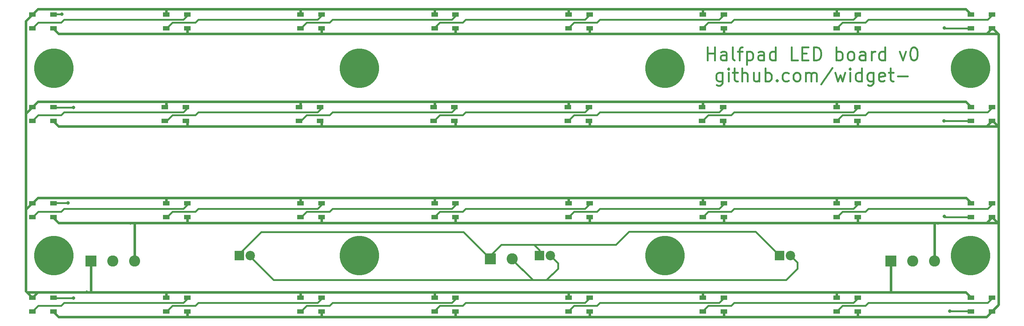
<source format=gbr>
%TF.GenerationSoftware,KiCad,Pcbnew,(5.1.10)-1*%
%TF.CreationDate,2021-06-03T19:49:57-05:00*%
%TF.ProjectId,step_led_panel,73746570-5f6c-4656-945f-70616e656c2e,rev?*%
%TF.SameCoordinates,Original*%
%TF.FileFunction,Copper,L1,Top*%
%TF.FilePolarity,Positive*%
%FSLAX46Y46*%
G04 Gerber Fmt 4.6, Leading zero omitted, Abs format (unit mm)*
G04 Created by KiCad (PCBNEW (5.1.10)-1) date 2021-06-03 19:49:57*
%MOMM*%
%LPD*%
G01*
G04 APERTURE LIST*
%TA.AperFunction,NonConductor*%
%ADD10C,0.400000*%
%TD*%
%TA.AperFunction,ConnectorPad*%
%ADD11C,9.200000*%
%TD*%
%TA.AperFunction,ComponentPad*%
%ADD12C,5.700000*%
%TD*%
%TA.AperFunction,ComponentPad*%
%ADD13C,2.200000*%
%TD*%
%TA.AperFunction,ComponentPad*%
%ADD14R,2.200000X2.200000*%
%TD*%
%TA.AperFunction,ComponentPad*%
%ADD15C,2.600000*%
%TD*%
%TA.AperFunction,ComponentPad*%
%ADD16R,2.600000X2.600000*%
%TD*%
%TA.AperFunction,SMDPad,CuDef*%
%ADD17R,1.500000X1.000000*%
%TD*%
%TA.AperFunction,ViaPad*%
%ADD18C,0.800000*%
%TD*%
%TA.AperFunction,Conductor*%
%ADD19C,0.400000*%
%TD*%
%TA.AperFunction,Conductor*%
%ADD20C,0.600000*%
%TD*%
G04 APERTURE END LIST*
D10*
X159792857Y-14147142D02*
X159792857Y-11147142D01*
X159792857Y-12575714D02*
X161507142Y-12575714D01*
X161507142Y-14147142D02*
X161507142Y-11147142D01*
X164221428Y-14147142D02*
X164221428Y-12575714D01*
X164078571Y-12290000D01*
X163792857Y-12147142D01*
X163221428Y-12147142D01*
X162935714Y-12290000D01*
X164221428Y-14004285D02*
X163935714Y-14147142D01*
X163221428Y-14147142D01*
X162935714Y-14004285D01*
X162792857Y-13718571D01*
X162792857Y-13432857D01*
X162935714Y-13147142D01*
X163221428Y-13004285D01*
X163935714Y-13004285D01*
X164221428Y-12861428D01*
X166078571Y-14147142D02*
X165792857Y-14004285D01*
X165650000Y-13718571D01*
X165650000Y-11147142D01*
X166792857Y-12147142D02*
X167935714Y-12147142D01*
X167221428Y-14147142D02*
X167221428Y-11575714D01*
X167364285Y-11290000D01*
X167650000Y-11147142D01*
X167935714Y-11147142D01*
X168935714Y-12147142D02*
X168935714Y-15147142D01*
X168935714Y-12290000D02*
X169221428Y-12147142D01*
X169792857Y-12147142D01*
X170078571Y-12290000D01*
X170221428Y-12432857D01*
X170364285Y-12718571D01*
X170364285Y-13575714D01*
X170221428Y-13861428D01*
X170078571Y-14004285D01*
X169792857Y-14147142D01*
X169221428Y-14147142D01*
X168935714Y-14004285D01*
X172935714Y-14147142D02*
X172935714Y-12575714D01*
X172792857Y-12290000D01*
X172507142Y-12147142D01*
X171935714Y-12147142D01*
X171650000Y-12290000D01*
X172935714Y-14004285D02*
X172650000Y-14147142D01*
X171935714Y-14147142D01*
X171650000Y-14004285D01*
X171507142Y-13718571D01*
X171507142Y-13432857D01*
X171650000Y-13147142D01*
X171935714Y-13004285D01*
X172650000Y-13004285D01*
X172935714Y-12861428D01*
X175650000Y-14147142D02*
X175650000Y-11147142D01*
X175650000Y-14004285D02*
X175364285Y-14147142D01*
X174792857Y-14147142D01*
X174507142Y-14004285D01*
X174364285Y-13861428D01*
X174221428Y-13575714D01*
X174221428Y-12718571D01*
X174364285Y-12432857D01*
X174507142Y-12290000D01*
X174792857Y-12147142D01*
X175364285Y-12147142D01*
X175650000Y-12290000D01*
X180792857Y-14147142D02*
X179364285Y-14147142D01*
X179364285Y-11147142D01*
X181792857Y-12575714D02*
X182792857Y-12575714D01*
X183221428Y-14147142D02*
X181792857Y-14147142D01*
X181792857Y-11147142D01*
X183221428Y-11147142D01*
X184507142Y-14147142D02*
X184507142Y-11147142D01*
X185221428Y-11147142D01*
X185650000Y-11290000D01*
X185935714Y-11575714D01*
X186078571Y-11861428D01*
X186221428Y-12432857D01*
X186221428Y-12861428D01*
X186078571Y-13432857D01*
X185935714Y-13718571D01*
X185650000Y-14004285D01*
X185221428Y-14147142D01*
X184507142Y-14147142D01*
X189792857Y-14147142D02*
X189792857Y-11147142D01*
X189792857Y-12290000D02*
X190078571Y-12147142D01*
X190650000Y-12147142D01*
X190935714Y-12290000D01*
X191078571Y-12432857D01*
X191221428Y-12718571D01*
X191221428Y-13575714D01*
X191078571Y-13861428D01*
X190935714Y-14004285D01*
X190650000Y-14147142D01*
X190078571Y-14147142D01*
X189792857Y-14004285D01*
X192935714Y-14147142D02*
X192650000Y-14004285D01*
X192507142Y-13861428D01*
X192364285Y-13575714D01*
X192364285Y-12718571D01*
X192507142Y-12432857D01*
X192650000Y-12290000D01*
X192935714Y-12147142D01*
X193364285Y-12147142D01*
X193650000Y-12290000D01*
X193792857Y-12432857D01*
X193935714Y-12718571D01*
X193935714Y-13575714D01*
X193792857Y-13861428D01*
X193650000Y-14004285D01*
X193364285Y-14147142D01*
X192935714Y-14147142D01*
X196507142Y-14147142D02*
X196507142Y-12575714D01*
X196364285Y-12290000D01*
X196078571Y-12147142D01*
X195507142Y-12147142D01*
X195221428Y-12290000D01*
X196507142Y-14004285D02*
X196221428Y-14147142D01*
X195507142Y-14147142D01*
X195221428Y-14004285D01*
X195078571Y-13718571D01*
X195078571Y-13432857D01*
X195221428Y-13147142D01*
X195507142Y-13004285D01*
X196221428Y-13004285D01*
X196507142Y-12861428D01*
X197935714Y-14147142D02*
X197935714Y-12147142D01*
X197935714Y-12718571D02*
X198078571Y-12432857D01*
X198221428Y-12290000D01*
X198507142Y-12147142D01*
X198792857Y-12147142D01*
X201078571Y-14147142D02*
X201078571Y-11147142D01*
X201078571Y-14004285D02*
X200792857Y-14147142D01*
X200221428Y-14147142D01*
X199935714Y-14004285D01*
X199792857Y-13861428D01*
X199650000Y-13575714D01*
X199650000Y-12718571D01*
X199792857Y-12432857D01*
X199935714Y-12290000D01*
X200221428Y-12147142D01*
X200792857Y-12147142D01*
X201078571Y-12290000D01*
X204507142Y-12147142D02*
X205221428Y-14147142D01*
X205935714Y-12147142D01*
X207650000Y-11147142D02*
X207935714Y-11147142D01*
X208221428Y-11290000D01*
X208364285Y-11432857D01*
X208507142Y-11718571D01*
X208650000Y-12290000D01*
X208650000Y-13004285D01*
X208507142Y-13575714D01*
X208364285Y-13861428D01*
X208221428Y-14004285D01*
X207935714Y-14147142D01*
X207650000Y-14147142D01*
X207364285Y-14004285D01*
X207221428Y-13861428D01*
X207078571Y-13575714D01*
X206935714Y-13004285D01*
X206935714Y-12290000D01*
X207078571Y-11718571D01*
X207221428Y-11432857D01*
X207364285Y-11290000D01*
X207650000Y-11147142D01*
X163221428Y-17047142D02*
X163221428Y-19475714D01*
X163078571Y-19761428D01*
X162935714Y-19904285D01*
X162650000Y-20047142D01*
X162221428Y-20047142D01*
X161935714Y-19904285D01*
X163221428Y-18904285D02*
X162935714Y-19047142D01*
X162364285Y-19047142D01*
X162078571Y-18904285D01*
X161935714Y-18761428D01*
X161792857Y-18475714D01*
X161792857Y-17618571D01*
X161935714Y-17332857D01*
X162078571Y-17190000D01*
X162364285Y-17047142D01*
X162935714Y-17047142D01*
X163221428Y-17190000D01*
X164650000Y-19047142D02*
X164650000Y-17047142D01*
X164650000Y-16047142D02*
X164507142Y-16190000D01*
X164650000Y-16332857D01*
X164792857Y-16190000D01*
X164650000Y-16047142D01*
X164650000Y-16332857D01*
X165650000Y-17047142D02*
X166792857Y-17047142D01*
X166078571Y-16047142D02*
X166078571Y-18618571D01*
X166221428Y-18904285D01*
X166507142Y-19047142D01*
X166792857Y-19047142D01*
X167792857Y-19047142D02*
X167792857Y-16047142D01*
X169078571Y-19047142D02*
X169078571Y-17475714D01*
X168935714Y-17190000D01*
X168650000Y-17047142D01*
X168221428Y-17047142D01*
X167935714Y-17190000D01*
X167792857Y-17332857D01*
X171792857Y-17047142D02*
X171792857Y-19047142D01*
X170507142Y-17047142D02*
X170507142Y-18618571D01*
X170650000Y-18904285D01*
X170935714Y-19047142D01*
X171364285Y-19047142D01*
X171650000Y-18904285D01*
X171792857Y-18761428D01*
X173221428Y-19047142D02*
X173221428Y-16047142D01*
X173221428Y-17190000D02*
X173507142Y-17047142D01*
X174078571Y-17047142D01*
X174364285Y-17190000D01*
X174507142Y-17332857D01*
X174650000Y-17618571D01*
X174650000Y-18475714D01*
X174507142Y-18761428D01*
X174364285Y-18904285D01*
X174078571Y-19047142D01*
X173507142Y-19047142D01*
X173221428Y-18904285D01*
X175935714Y-18761428D02*
X176078571Y-18904285D01*
X175935714Y-19047142D01*
X175792857Y-18904285D01*
X175935714Y-18761428D01*
X175935714Y-19047142D01*
X178650000Y-18904285D02*
X178364285Y-19047142D01*
X177792857Y-19047142D01*
X177507142Y-18904285D01*
X177364285Y-18761428D01*
X177221428Y-18475714D01*
X177221428Y-17618571D01*
X177364285Y-17332857D01*
X177507142Y-17190000D01*
X177792857Y-17047142D01*
X178364285Y-17047142D01*
X178650000Y-17190000D01*
X180364285Y-19047142D02*
X180078571Y-18904285D01*
X179935714Y-18761428D01*
X179792857Y-18475714D01*
X179792857Y-17618571D01*
X179935714Y-17332857D01*
X180078571Y-17190000D01*
X180364285Y-17047142D01*
X180792857Y-17047142D01*
X181078571Y-17190000D01*
X181221428Y-17332857D01*
X181364285Y-17618571D01*
X181364285Y-18475714D01*
X181221428Y-18761428D01*
X181078571Y-18904285D01*
X180792857Y-19047142D01*
X180364285Y-19047142D01*
X182650000Y-19047142D02*
X182650000Y-17047142D01*
X182650000Y-17332857D02*
X182792857Y-17190000D01*
X183078571Y-17047142D01*
X183507142Y-17047142D01*
X183792857Y-17190000D01*
X183935714Y-17475714D01*
X183935714Y-19047142D01*
X183935714Y-17475714D02*
X184078571Y-17190000D01*
X184364285Y-17047142D01*
X184792857Y-17047142D01*
X185078571Y-17190000D01*
X185221428Y-17475714D01*
X185221428Y-19047142D01*
X188792857Y-15904285D02*
X186221428Y-19761428D01*
X189507142Y-17047142D02*
X190078571Y-19047142D01*
X190650000Y-17618571D01*
X191221428Y-19047142D01*
X191792857Y-17047142D01*
X192935714Y-19047142D02*
X192935714Y-17047142D01*
X192935714Y-16047142D02*
X192792857Y-16190000D01*
X192935714Y-16332857D01*
X193078571Y-16190000D01*
X192935714Y-16047142D01*
X192935714Y-16332857D01*
X195650000Y-19047142D02*
X195650000Y-16047142D01*
X195650000Y-18904285D02*
X195364285Y-19047142D01*
X194792857Y-19047142D01*
X194507142Y-18904285D01*
X194364285Y-18761428D01*
X194221428Y-18475714D01*
X194221428Y-17618571D01*
X194364285Y-17332857D01*
X194507142Y-17190000D01*
X194792857Y-17047142D01*
X195364285Y-17047142D01*
X195650000Y-17190000D01*
X198364285Y-17047142D02*
X198364285Y-19475714D01*
X198221428Y-19761428D01*
X198078571Y-19904285D01*
X197792857Y-20047142D01*
X197364285Y-20047142D01*
X197078571Y-19904285D01*
X198364285Y-18904285D02*
X198078571Y-19047142D01*
X197507142Y-19047142D01*
X197221428Y-18904285D01*
X197078571Y-18761428D01*
X196935714Y-18475714D01*
X196935714Y-17618571D01*
X197078571Y-17332857D01*
X197221428Y-17190000D01*
X197507142Y-17047142D01*
X198078571Y-17047142D01*
X198364285Y-17190000D01*
X200935714Y-18904285D02*
X200650000Y-19047142D01*
X200078571Y-19047142D01*
X199792857Y-18904285D01*
X199650000Y-18618571D01*
X199650000Y-17475714D01*
X199792857Y-17190000D01*
X200078571Y-17047142D01*
X200650000Y-17047142D01*
X200935714Y-17190000D01*
X201078571Y-17475714D01*
X201078571Y-17761428D01*
X199650000Y-18047142D01*
X201935714Y-17047142D02*
X203078571Y-17047142D01*
X202364285Y-16047142D02*
X202364285Y-18618571D01*
X202507142Y-18904285D01*
X202792857Y-19047142D01*
X203078571Y-19047142D01*
X204078571Y-17904285D02*
X206364285Y-17904285D01*
D11*
%TO.P,H8,1*%
%TO.N,N/C*%
X220980000Y-59690000D03*
D12*
X220980000Y-59690000D03*
%TD*%
D11*
%TO.P,H7,1*%
%TO.N,N/C*%
X220980000Y-16002000D03*
D12*
X220980000Y-16002000D03*
%TD*%
D11*
%TO.P,H6,1*%
%TO.N,N/C*%
X149860000Y-59690000D03*
D12*
X149860000Y-59690000D03*
%TD*%
D11*
%TO.P,H5,1*%
%TO.N,N/C*%
X149860000Y-16002000D03*
D12*
X149860000Y-16002000D03*
%TD*%
D11*
%TO.P,H4,1*%
%TO.N,N/C*%
X78740000Y-59690000D03*
D12*
X78740000Y-59690000D03*
%TD*%
D11*
%TO.P,H3,1*%
%TO.N,N/C*%
X78740000Y-16002000D03*
D12*
X78740000Y-16002000D03*
%TD*%
D11*
%TO.P,H2,1*%
%TO.N,N/C*%
X7620000Y-59690000D03*
D12*
X7620000Y-59690000D03*
%TD*%
D11*
%TO.P,H1,1*%
%TO.N,N/C*%
X7620000Y-16002000D03*
D12*
X7620000Y-16002000D03*
%TD*%
D13*
%TO.P,FSR2,2*%
%TO.N,Net-(FSR1-Pad2)*%
X123190000Y-59690000D03*
D14*
%TO.P,FSR2,1*%
%TO.N,Net-(FSR1-Pad1)*%
X120650000Y-59690000D03*
%TD*%
D15*
%TO.P,J3,2*%
%TO.N,Net-(FSR1-Pad2)*%
X114300000Y-60452000D03*
D16*
%TO.P,J3,1*%
%TO.N,Net-(FSR1-Pad1)*%
X109220000Y-60452000D03*
%TD*%
D13*
%TO.P,FSR3,2*%
%TO.N,Net-(FSR1-Pad2)*%
X179070000Y-59690000D03*
D14*
%TO.P,FSR3,1*%
%TO.N,Net-(FSR1-Pad1)*%
X176530000Y-59690000D03*
%TD*%
D13*
%TO.P,FSR1,2*%
%TO.N,Net-(FSR1-Pad2)*%
X53340000Y-59690000D03*
D14*
%TO.P,FSR1,1*%
%TO.N,Net-(FSR1-Pad1)*%
X50800000Y-59690000D03*
%TD*%
D17*
%TO.P,LED21,1*%
%TO.N,+5V*%
X127452856Y-47506666D03*
%TO.P,LED21,2*%
%TO.N,Net-(LED21-Pad2)*%
X127452856Y-50706666D03*
%TO.P,LED21,4*%
%TO.N,Net-(LED20-Pad2)*%
X132352856Y-47506666D03*
%TO.P,LED21,3*%
%TO.N,GND*%
X132352856Y-50706666D03*
%TD*%
%TO.P,LED32,1*%
%TO.N,+5V*%
X221070000Y-69520000D03*
%TO.P,LED32,2*%
%TO.N,/D_OUT*%
X221070000Y-72720000D03*
%TO.P,LED32,4*%
%TO.N,Net-(LED31-Pad2)*%
X225970000Y-69520000D03*
%TO.P,LED32,3*%
%TO.N,GND*%
X225970000Y-72720000D03*
%TD*%
%TO.P,LED31,1*%
%TO.N,+5V*%
X189864284Y-69520000D03*
%TO.P,LED31,2*%
%TO.N,Net-(LED31-Pad2)*%
X189864284Y-72720000D03*
%TO.P,LED31,4*%
%TO.N,Net-(LED30-Pad2)*%
X194764284Y-69520000D03*
%TO.P,LED31,3*%
%TO.N,GND*%
X194764284Y-72720000D03*
%TD*%
%TO.P,LED30,1*%
%TO.N,+5V*%
X158658570Y-69520000D03*
%TO.P,LED30,2*%
%TO.N,Net-(LED30-Pad2)*%
X158658570Y-72720000D03*
%TO.P,LED30,4*%
%TO.N,Net-(LED29-Pad2)*%
X163558570Y-69520000D03*
%TO.P,LED30,3*%
%TO.N,GND*%
X163558570Y-72720000D03*
%TD*%
%TO.P,LED29,1*%
%TO.N,+5V*%
X127452856Y-69520000D03*
%TO.P,LED29,2*%
%TO.N,Net-(LED29-Pad2)*%
X127452856Y-72720000D03*
%TO.P,LED29,4*%
%TO.N,Net-(LED28-Pad2)*%
X132352856Y-69520000D03*
%TO.P,LED29,3*%
%TO.N,GND*%
X132352856Y-72720000D03*
%TD*%
%TO.P,LED28,1*%
%TO.N,+5V*%
X96247142Y-69520000D03*
%TO.P,LED28,2*%
%TO.N,Net-(LED28-Pad2)*%
X96247142Y-72720000D03*
%TO.P,LED28,4*%
%TO.N,Net-(LED27-Pad2)*%
X101147142Y-69520000D03*
%TO.P,LED28,3*%
%TO.N,GND*%
X101147142Y-72720000D03*
%TD*%
%TO.P,LED27,1*%
%TO.N,+5V*%
X65041428Y-69520000D03*
%TO.P,LED27,2*%
%TO.N,Net-(LED27-Pad2)*%
X65041428Y-72720000D03*
%TO.P,LED27,4*%
%TO.N,Net-(LED26-Pad2)*%
X69941428Y-69520000D03*
%TO.P,LED27,3*%
%TO.N,GND*%
X69941428Y-72720000D03*
%TD*%
%TO.P,LED26,1*%
%TO.N,+5V*%
X33835714Y-69520000D03*
%TO.P,LED26,2*%
%TO.N,Net-(LED26-Pad2)*%
X33835714Y-72720000D03*
%TO.P,LED26,4*%
%TO.N,Net-(LED25-Pad2)*%
X38735714Y-69520000D03*
%TO.P,LED26,3*%
%TO.N,GND*%
X38735714Y-72720000D03*
%TD*%
%TO.P,LED25,1*%
%TO.N,+5V*%
X2630000Y-69520000D03*
%TO.P,LED25,2*%
%TO.N,Net-(LED25-Pad2)*%
X2630000Y-72720000D03*
%TO.P,LED25,4*%
%TO.N,Net-(LED24-Pad2)*%
X7530000Y-69520000D03*
%TO.P,LED25,3*%
%TO.N,GND*%
X7530000Y-72720000D03*
%TD*%
%TO.P,LED24,1*%
%TO.N,+5V*%
X221070000Y-47506666D03*
%TO.P,LED24,2*%
%TO.N,Net-(LED24-Pad2)*%
X221070000Y-50706666D03*
%TO.P,LED24,4*%
%TO.N,Net-(LED23-Pad2)*%
X225970000Y-47506666D03*
%TO.P,LED24,3*%
%TO.N,GND*%
X225970000Y-50706666D03*
%TD*%
%TO.P,LED23,1*%
%TO.N,+5V*%
X189864284Y-47506666D03*
%TO.P,LED23,2*%
%TO.N,Net-(LED23-Pad2)*%
X189864284Y-50706666D03*
%TO.P,LED23,4*%
%TO.N,Net-(LED22-Pad2)*%
X194764284Y-47506666D03*
%TO.P,LED23,3*%
%TO.N,GND*%
X194764284Y-50706666D03*
%TD*%
%TO.P,LED22,1*%
%TO.N,+5V*%
X158658570Y-47506666D03*
%TO.P,LED22,2*%
%TO.N,Net-(LED22-Pad2)*%
X158658570Y-50706666D03*
%TO.P,LED22,4*%
%TO.N,Net-(LED21-Pad2)*%
X163558570Y-47506666D03*
%TO.P,LED22,3*%
%TO.N,GND*%
X163558570Y-50706666D03*
%TD*%
%TO.P,LED20,1*%
%TO.N,+5V*%
X96247142Y-47506666D03*
%TO.P,LED20,2*%
%TO.N,Net-(LED20-Pad2)*%
X96247142Y-50706666D03*
%TO.P,LED20,4*%
%TO.N,Net-(LED19-Pad2)*%
X101147142Y-47506666D03*
%TO.P,LED20,3*%
%TO.N,GND*%
X101147142Y-50706666D03*
%TD*%
%TO.P,LED19,1*%
%TO.N,+5V*%
X65041428Y-47506666D03*
%TO.P,LED19,2*%
%TO.N,Net-(LED19-Pad2)*%
X65041428Y-50706666D03*
%TO.P,LED19,4*%
%TO.N,Net-(LED18-Pad2)*%
X69941428Y-47506666D03*
%TO.P,LED19,3*%
%TO.N,GND*%
X69941428Y-50706666D03*
%TD*%
%TO.P,LED18,1*%
%TO.N,+5V*%
X33835714Y-47506666D03*
%TO.P,LED18,2*%
%TO.N,Net-(LED18-Pad2)*%
X33835714Y-50706666D03*
%TO.P,LED18,4*%
%TO.N,Net-(LED17-Pad2)*%
X38735714Y-47506666D03*
%TO.P,LED18,3*%
%TO.N,GND*%
X38735714Y-50706666D03*
%TD*%
%TO.P,LED17,1*%
%TO.N,+5V*%
X2630000Y-47506666D03*
%TO.P,LED17,2*%
%TO.N,Net-(LED17-Pad2)*%
X2630000Y-50706666D03*
%TO.P,LED17,4*%
%TO.N,Net-(LED16-Pad2)*%
X7530000Y-47506666D03*
%TO.P,LED17,3*%
%TO.N,GND*%
X7530000Y-50706666D03*
%TD*%
%TO.P,LED16,1*%
%TO.N,+5V*%
X221070000Y-25070000D03*
%TO.P,LED16,2*%
%TO.N,Net-(LED16-Pad2)*%
X221070000Y-28270000D03*
%TO.P,LED16,4*%
%TO.N,Net-(LED15-Pad2)*%
X225970000Y-25070000D03*
%TO.P,LED16,3*%
%TO.N,GND*%
X225970000Y-28270000D03*
%TD*%
%TO.P,LED15,1*%
%TO.N,+5V*%
X189798572Y-25070000D03*
%TO.P,LED15,2*%
%TO.N,Net-(LED15-Pad2)*%
X189798572Y-28270000D03*
%TO.P,LED15,4*%
%TO.N,Net-(LED14-Pad2)*%
X194698572Y-25070000D03*
%TO.P,LED15,3*%
%TO.N,GND*%
X194698572Y-28270000D03*
%TD*%
%TO.P,LED14,1*%
%TO.N,+5V*%
X158527144Y-25070000D03*
%TO.P,LED14,2*%
%TO.N,Net-(LED14-Pad2)*%
X158527144Y-28270000D03*
%TO.P,LED14,4*%
%TO.N,Net-(LED13-Pad2)*%
X163427144Y-25070000D03*
%TO.P,LED14,3*%
%TO.N,GND*%
X163427144Y-28270000D03*
%TD*%
%TO.P,LED13,1*%
%TO.N,+5V*%
X127255716Y-25070000D03*
%TO.P,LED13,2*%
%TO.N,Net-(LED13-Pad2)*%
X127255716Y-28270000D03*
%TO.P,LED13,4*%
%TO.N,Net-(LED12-Pad2)*%
X132155716Y-25070000D03*
%TO.P,LED13,3*%
%TO.N,GND*%
X132155716Y-28270000D03*
%TD*%
%TO.P,LED12,1*%
%TO.N,+5V*%
X95984288Y-25070000D03*
%TO.P,LED12,2*%
%TO.N,Net-(LED12-Pad2)*%
X95984288Y-28270000D03*
%TO.P,LED12,4*%
%TO.N,Net-(LED11-Pad2)*%
X100884288Y-25070000D03*
%TO.P,LED12,3*%
%TO.N,GND*%
X100884288Y-28270000D03*
%TD*%
%TO.P,LED11,1*%
%TO.N,+5V*%
X64712860Y-25070000D03*
%TO.P,LED11,2*%
%TO.N,Net-(LED11-Pad2)*%
X64712860Y-28270000D03*
%TO.P,LED11,4*%
%TO.N,Net-(LED10-Pad2)*%
X69612860Y-25070000D03*
%TO.P,LED11,3*%
%TO.N,GND*%
X69612860Y-28270000D03*
%TD*%
%TO.P,LED10,1*%
%TO.N,+5V*%
X33441432Y-25070000D03*
%TO.P,LED10,2*%
%TO.N,Net-(LED10-Pad2)*%
X33441432Y-28270000D03*
%TO.P,LED10,4*%
%TO.N,Net-(LED10-Pad4)*%
X38341432Y-25070000D03*
%TO.P,LED10,3*%
%TO.N,GND*%
X38341432Y-28270000D03*
%TD*%
%TO.P,LED9,1*%
%TO.N,+5V*%
X2630000Y-25070000D03*
%TO.P,LED9,2*%
%TO.N,Net-(LED10-Pad4)*%
X2630000Y-28270000D03*
%TO.P,LED9,4*%
%TO.N,Net-(LED8-Pad2)*%
X7530000Y-25070000D03*
%TO.P,LED9,3*%
%TO.N,GND*%
X7530000Y-28270000D03*
%TD*%
%TO.P,LED8,1*%
%TO.N,+5V*%
X221070000Y-3480000D03*
%TO.P,LED8,2*%
%TO.N,Net-(LED8-Pad2)*%
X221070000Y-6680000D03*
%TO.P,LED8,4*%
%TO.N,Net-(LED7-Pad2)*%
X225970000Y-3480000D03*
%TO.P,LED8,3*%
%TO.N,GND*%
X225970000Y-6680000D03*
%TD*%
%TO.P,LED7,1*%
%TO.N,+5V*%
X189864284Y-3480000D03*
%TO.P,LED7,2*%
%TO.N,Net-(LED7-Pad2)*%
X189864284Y-6680000D03*
%TO.P,LED7,4*%
%TO.N,Net-(LED6-Pad2)*%
X194764284Y-3480000D03*
%TO.P,LED7,3*%
%TO.N,GND*%
X194764284Y-6680000D03*
%TD*%
%TO.P,LED6,1*%
%TO.N,+5V*%
X158658570Y-3480000D03*
%TO.P,LED6,2*%
%TO.N,Net-(LED6-Pad2)*%
X158658570Y-6680000D03*
%TO.P,LED6,4*%
%TO.N,Net-(LED5-Pad2)*%
X163558570Y-3480000D03*
%TO.P,LED6,3*%
%TO.N,GND*%
X163558570Y-6680000D03*
%TD*%
%TO.P,LED5,1*%
%TO.N,+5V*%
X127452856Y-3480000D03*
%TO.P,LED5,2*%
%TO.N,Net-(LED5-Pad2)*%
X127452856Y-6680000D03*
%TO.P,LED5,4*%
%TO.N,Net-(LED4-Pad2)*%
X132352856Y-3480000D03*
%TO.P,LED5,3*%
%TO.N,GND*%
X132352856Y-6680000D03*
%TD*%
%TO.P,LED4,1*%
%TO.N,+5V*%
X96247142Y-3480000D03*
%TO.P,LED4,2*%
%TO.N,Net-(LED4-Pad2)*%
X96247142Y-6680000D03*
%TO.P,LED4,4*%
%TO.N,Net-(LED3-Pad2)*%
X101147142Y-3480000D03*
%TO.P,LED4,3*%
%TO.N,GND*%
X101147142Y-6680000D03*
%TD*%
%TO.P,LED3,1*%
%TO.N,+5V*%
X65041428Y-3480000D03*
%TO.P,LED3,2*%
%TO.N,Net-(LED3-Pad2)*%
X65041428Y-6680000D03*
%TO.P,LED3,4*%
%TO.N,Net-(LED2-Pad2)*%
X69941428Y-3480000D03*
%TO.P,LED3,3*%
%TO.N,GND*%
X69941428Y-6680000D03*
%TD*%
%TO.P,LED2,1*%
%TO.N,+5V*%
X33835714Y-3480000D03*
%TO.P,LED2,2*%
%TO.N,Net-(LED2-Pad2)*%
X33835714Y-6680000D03*
%TO.P,LED2,4*%
%TO.N,Net-(LED1-Pad2)*%
X38735714Y-3480000D03*
%TO.P,LED2,3*%
%TO.N,GND*%
X38735714Y-6680000D03*
%TD*%
%TO.P,LED1,1*%
%TO.N,+5V*%
X2630000Y-3480000D03*
%TO.P,LED1,2*%
%TO.N,Net-(LED1-Pad2)*%
X2630000Y-6680000D03*
%TO.P,LED1,4*%
%TO.N,/D_IN*%
X7530000Y-3480000D03*
%TO.P,LED1,3*%
%TO.N,GND*%
X7530000Y-6680000D03*
%TD*%
D15*
%TO.P,J2,3*%
%TO.N,GND*%
X212598000Y-60960000D03*
%TO.P,J2,2*%
%TO.N,/D_OUT*%
X207518000Y-60960000D03*
D16*
%TO.P,J2,1*%
%TO.N,+5V*%
X202438000Y-60960000D03*
%TD*%
D15*
%TO.P,J1,3*%
%TO.N,GND*%
X26416000Y-60960000D03*
%TO.P,J1,2*%
%TO.N,/D_IN*%
X21336000Y-60960000D03*
D16*
%TO.P,J1,1*%
%TO.N,+5V*%
X16256000Y-60960000D03*
%TD*%
D18*
%TO.N,/D_IN*%
X9475999Y-3379999D03*
%TO.N,/D_OUT*%
X216154000Y-72644000D03*
%TO.N,Net-(LED8-Pad2)*%
X214884000Y-6604000D03*
X12230010Y-25146000D03*
%TO.N,Net-(LED16-Pad2)*%
X214808000Y-28270000D03*
X10922000Y-47406665D03*
%TO.N,Net-(LED24-Pad2)*%
X214884000Y-50546000D03*
X12192000Y-69596000D03*
%TD*%
D19*
%TO.N,Net-(FSR1-Pad2)*%
X119126000Y-65405000D02*
X114173000Y-60452000D01*
X53340000Y-59944000D02*
X53340000Y-59436000D01*
X58801000Y-65405000D02*
X53340000Y-59944000D01*
X119126000Y-65405000D02*
X58801000Y-65405000D01*
X144145000Y-65405000D02*
X138049000Y-65405000D01*
X178054000Y-65405000D02*
X144145000Y-65405000D01*
X180721000Y-62738000D02*
X178054000Y-65405000D01*
X180721000Y-61341000D02*
X180721000Y-62738000D01*
X179070000Y-59690000D02*
X180721000Y-61341000D01*
X121920000Y-65405000D02*
X119126000Y-65405000D01*
X138049000Y-65405000D02*
X121920000Y-65405000D01*
X122301000Y-65405000D02*
X121920000Y-65405000D01*
X124968000Y-62738000D02*
X122301000Y-65405000D01*
X124968000Y-61468000D02*
X124968000Y-62738000D01*
X123190000Y-59690000D02*
X124968000Y-61468000D01*
%TO.N,Net-(FSR1-Pad1)*%
X111760000Y-57150000D02*
X109220000Y-59690000D01*
X133350000Y-57150000D02*
X111760000Y-57150000D01*
X138430000Y-57150000D02*
X133350000Y-57150000D01*
X141478000Y-54102000D02*
X138430000Y-57150000D01*
X170942000Y-54102000D02*
X141478000Y-54102000D01*
X176530000Y-59690000D02*
X170942000Y-54102000D01*
X134620000Y-57150000D02*
X133350000Y-57150000D01*
X120650000Y-58420000D02*
X119380000Y-57150000D01*
X120650000Y-59690000D02*
X120650000Y-58420000D01*
X55880000Y-54229000D02*
X50673000Y-59436000D01*
X102997000Y-54229000D02*
X55880000Y-54229000D01*
X109220000Y-60452000D02*
X102997000Y-54229000D01*
D20*
%TO.N,GND*%
X163558572Y-73896572D02*
X163682001Y-74020001D01*
X132481999Y-74020001D02*
X100985999Y-74020001D01*
X101147144Y-73858856D02*
X100985999Y-74020001D01*
X8742001Y-74020001D02*
X7620000Y-72898000D01*
X100985999Y-74020001D02*
X69997999Y-74020001D01*
X101147144Y-72720000D02*
X101147144Y-73858856D01*
X194764286Y-73967714D02*
X194711999Y-74020001D01*
X163558572Y-72720000D02*
X163558572Y-73896572D01*
X69941430Y-73963432D02*
X69997999Y-74020001D01*
X38735716Y-72720000D02*
X38735716Y-73999718D01*
X38755999Y-74020001D02*
X8742001Y-74020001D01*
X224683999Y-74020001D02*
X194711999Y-74020001D01*
X163682001Y-74020001D02*
X132481999Y-74020001D01*
X69941430Y-72720000D02*
X69941430Y-73963432D01*
X69997999Y-74020001D02*
X38755999Y-74020001D01*
X194711999Y-74020001D02*
X163682001Y-74020001D01*
X225970000Y-72720000D02*
X225970000Y-72734000D01*
X132352858Y-73890860D02*
X132481999Y-74020001D01*
X225970000Y-72734000D02*
X224683999Y-74020001D01*
X194764286Y-72720000D02*
X194764286Y-73967714D01*
X38735716Y-73999718D02*
X38755999Y-74020001D01*
X132352858Y-72720000D02*
X132352858Y-73890860D01*
%TO.N,+5V*%
X2630000Y-69520000D02*
X2630000Y-69506000D01*
X64917999Y-68219999D02*
X96118001Y-68219999D01*
X65041428Y-68343428D02*
X64917999Y-68219999D01*
X65041428Y-69520000D02*
X65041428Y-68343428D01*
X96247142Y-68349140D02*
X96118001Y-68219999D01*
X189864284Y-68240282D02*
X189844001Y-68219999D01*
X2630000Y-69506000D02*
X3916001Y-68219999D01*
X219857999Y-68219999D02*
X220980000Y-69342000D01*
X96247142Y-69520000D02*
X96247142Y-68349140D01*
X189864284Y-69520000D02*
X189864284Y-68240282D01*
X96118001Y-68219999D02*
X127614001Y-68219999D01*
X127614001Y-68219999D02*
X158602001Y-68219999D01*
X127452856Y-69520000D02*
X127452856Y-68381144D01*
X127452856Y-68381144D02*
X127614001Y-68219999D01*
X33835714Y-68272286D02*
X33888001Y-68219999D01*
X33835714Y-69520000D02*
X33835714Y-68272286D01*
X33888001Y-68219999D02*
X64917999Y-68219999D01*
X158658570Y-68276568D02*
X158602001Y-68219999D01*
X158602001Y-68219999D02*
X189844001Y-68219999D01*
X158658570Y-69520000D02*
X158658570Y-68276568D01*
D19*
%TO.N,Net-(LED25-Pad2)*%
X9360002Y-71374000D02*
X10014001Y-70720001D01*
X3976000Y-71374000D02*
X9360002Y-71374000D01*
X10014001Y-70720001D02*
X37737999Y-70720001D01*
X37737999Y-70720001D02*
X38862000Y-69596000D01*
X2630000Y-72720000D02*
X3976000Y-71374000D01*
%TO.N,Net-(LED26-Pad2)*%
X40602002Y-71374000D02*
X41256001Y-70720001D01*
X41256001Y-70720001D02*
X68979999Y-70720001D01*
X33872000Y-72720000D02*
X35218000Y-71374000D01*
X35218000Y-71374000D02*
X40602002Y-71374000D01*
X68979999Y-70720001D02*
X70104000Y-69596000D01*
%TO.N,Net-(LED27-Pad2)*%
X71844002Y-71374000D02*
X72498001Y-70720001D01*
X66460000Y-71374000D02*
X71844002Y-71374000D01*
X72498001Y-70720001D02*
X100221999Y-70720001D01*
X100221999Y-70720001D02*
X101346000Y-69596000D01*
X65114000Y-72720000D02*
X66460000Y-71374000D01*
%TO.N,Net-(LED28-Pad2)*%
X97448000Y-71374000D02*
X102832002Y-71374000D01*
X103486001Y-70720001D02*
X131209999Y-70720001D01*
X131209999Y-70720001D02*
X132334000Y-69596000D01*
X96102000Y-72720000D02*
X97448000Y-71374000D01*
X102832002Y-71374000D02*
X103486001Y-70720001D01*
%TO.N,Net-(LED29-Pad2)*%
X162451999Y-70720001D02*
X163576000Y-69596000D01*
X128690000Y-71374000D02*
X134074002Y-71374000D01*
X127344000Y-72720000D02*
X128690000Y-71374000D01*
X134074002Y-71374000D02*
X134728001Y-70720001D01*
X134728001Y-70720001D02*
X162451999Y-70720001D01*
%TO.N,Net-(LED30-Pad2)*%
X165970001Y-70720001D02*
X193693999Y-70720001D01*
X159932000Y-71374000D02*
X165316002Y-71374000D01*
X193693999Y-70720001D02*
X194818000Y-69596000D01*
X158586000Y-72720000D02*
X159932000Y-71374000D01*
X165316002Y-71374000D02*
X165970001Y-70720001D01*
%TO.N,Net-(LED31-Pad2)*%
X224935999Y-70720001D02*
X226060000Y-69596000D01*
X191174000Y-71374000D02*
X196558002Y-71374000D01*
X196558002Y-71374000D02*
X197212001Y-70720001D01*
X197212001Y-70720001D02*
X224935999Y-70720001D01*
X189828000Y-72720000D02*
X191174000Y-71374000D01*
D20*
%TO.N,GND*%
X163558572Y-51989072D02*
X163682001Y-52112501D01*
X132481999Y-52112501D02*
X100985999Y-52112501D01*
X101147144Y-51951356D02*
X100985999Y-52112501D01*
X8742001Y-52112501D02*
X7620000Y-50990500D01*
X100985999Y-52112501D02*
X69997999Y-52112501D01*
X101147144Y-50812500D02*
X101147144Y-51951356D01*
X194764286Y-52060214D02*
X194711999Y-52112501D01*
X163558572Y-50812500D02*
X163558572Y-51989072D01*
X69941430Y-52055932D02*
X69997999Y-52112501D01*
X38735716Y-50812500D02*
X38735716Y-52092218D01*
X163682001Y-52112501D02*
X132481999Y-52112501D01*
X69941430Y-50812500D02*
X69941430Y-52055932D01*
X69997999Y-52112501D02*
X38755999Y-52112501D01*
X194711999Y-52112501D02*
X163682001Y-52112501D01*
X225970000Y-50812500D02*
X225970000Y-50826500D01*
X132352858Y-51983360D02*
X132481999Y-52112501D01*
X225970000Y-50826500D02*
X224683999Y-52112501D01*
X194764286Y-50812500D02*
X194764286Y-52060214D01*
X38735716Y-52092218D02*
X38755999Y-52112501D01*
X132352858Y-50812500D02*
X132352858Y-51983360D01*
%TO.N,+5V*%
X2630000Y-47612500D02*
X2630000Y-47598500D01*
X65041428Y-47612500D02*
X65041428Y-46435928D01*
X96247142Y-47612500D02*
X96247142Y-46441640D01*
X189864284Y-47612500D02*
X189864284Y-46332782D01*
X127452856Y-47612500D02*
X127452856Y-46473644D01*
X33835714Y-46364786D02*
X33888001Y-46312499D01*
X33835714Y-47612500D02*
X33835714Y-46364786D01*
X158658570Y-47612500D02*
X158658570Y-46369068D01*
D19*
%TO.N,Net-(LED17-Pad2)*%
X9360002Y-49466500D02*
X10014001Y-48812501D01*
X3976000Y-49466500D02*
X9360002Y-49466500D01*
X10014001Y-48812501D02*
X37737999Y-48812501D01*
X37737999Y-48812501D02*
X38862000Y-47688500D01*
X2630000Y-50812500D02*
X3976000Y-49466500D01*
%TO.N,Net-(LED18-Pad2)*%
X40602002Y-49466500D02*
X41256001Y-48812501D01*
X41256001Y-48812501D02*
X68979999Y-48812501D01*
X33872000Y-50812500D02*
X35218000Y-49466500D01*
X35218000Y-49466500D02*
X40602002Y-49466500D01*
X68979999Y-48812501D02*
X70104000Y-47688500D01*
%TO.N,Net-(LED19-Pad2)*%
X71844002Y-49466500D02*
X72498001Y-48812501D01*
X66460000Y-49466500D02*
X71844002Y-49466500D01*
X72498001Y-48812501D02*
X100221999Y-48812501D01*
X100221999Y-48812501D02*
X101346000Y-47688500D01*
X65114000Y-50812500D02*
X66460000Y-49466500D01*
%TO.N,Net-(LED20-Pad2)*%
X97448000Y-49466500D02*
X102832002Y-49466500D01*
X103486001Y-48812501D02*
X131209999Y-48812501D01*
X131209999Y-48812501D02*
X132334000Y-47688500D01*
X96102000Y-50812500D02*
X97448000Y-49466500D01*
X102832002Y-49466500D02*
X103486001Y-48812501D01*
%TO.N,Net-(LED21-Pad2)*%
X162451999Y-48812501D02*
X163576000Y-47688500D01*
X128690000Y-49466500D02*
X134074002Y-49466500D01*
X127344000Y-50812500D02*
X128690000Y-49466500D01*
X134074002Y-49466500D02*
X134728001Y-48812501D01*
X134728001Y-48812501D02*
X162451999Y-48812501D01*
%TO.N,Net-(LED22-Pad2)*%
X165970001Y-48812501D02*
X193693999Y-48812501D01*
X159932000Y-49466500D02*
X165316002Y-49466500D01*
X193693999Y-48812501D02*
X194818000Y-47688500D01*
X158586000Y-50812500D02*
X159932000Y-49466500D01*
X165316002Y-49466500D02*
X165970001Y-48812501D01*
%TO.N,Net-(LED23-Pad2)*%
X224935999Y-48812501D02*
X226060000Y-47688500D01*
X191174000Y-49466500D02*
X196558002Y-49466500D01*
X196558002Y-49466500D02*
X197212001Y-48812501D01*
X197212001Y-48812501D02*
X224935999Y-48812501D01*
X189828000Y-50812500D02*
X191174000Y-49466500D01*
D20*
%TO.N,GND*%
X163558572Y-29446572D02*
X163682001Y-29570001D01*
X132481999Y-29570001D02*
X100985999Y-29570001D01*
X101147144Y-29408856D02*
X100985999Y-29570001D01*
X8742001Y-29570001D02*
X7620000Y-28448000D01*
X100985999Y-29570001D02*
X69997999Y-29570001D01*
X101147144Y-28270000D02*
X101147144Y-29408856D01*
X194764286Y-29517714D02*
X194711999Y-29570001D01*
X163558572Y-28270000D02*
X163558572Y-29446572D01*
X69941430Y-29513432D02*
X69997999Y-29570001D01*
X38735716Y-28270000D02*
X38735716Y-29549718D01*
X38755999Y-29570001D02*
X8742001Y-29570001D01*
X224683999Y-29570001D02*
X194711999Y-29570001D01*
X163682001Y-29570001D02*
X132481999Y-29570001D01*
X69941430Y-28270000D02*
X69941430Y-29513432D01*
X69997999Y-29570001D02*
X38755999Y-29570001D01*
X194711999Y-29570001D02*
X163682001Y-29570001D01*
X225970000Y-28270000D02*
X225970000Y-28284000D01*
X132352858Y-29440860D02*
X132481999Y-29570001D01*
X225970000Y-28284000D02*
X224683999Y-29570001D01*
X194764286Y-28270000D02*
X194764286Y-29517714D01*
X38735716Y-29549718D02*
X38755999Y-29570001D01*
X132352858Y-28270000D02*
X132352858Y-29440860D01*
%TO.N,+5V*%
X2630000Y-25070000D02*
X2630000Y-25056000D01*
X64917999Y-23769999D02*
X96118001Y-23769999D01*
X65041428Y-23893428D02*
X64917999Y-23769999D01*
X65041428Y-25070000D02*
X65041428Y-23893428D01*
X96247142Y-23899140D02*
X96118001Y-23769999D01*
X189864284Y-23790282D02*
X189844001Y-23769999D01*
X2630000Y-25056000D02*
X3916001Y-23769999D01*
X189844001Y-23769999D02*
X219857999Y-23769999D01*
X219857999Y-23769999D02*
X220980000Y-24892000D01*
X96247142Y-25070000D02*
X96247142Y-23899140D01*
X189864284Y-25070000D02*
X189864284Y-23790282D01*
X96118001Y-23769999D02*
X127614001Y-23769999D01*
X127614001Y-23769999D02*
X158602001Y-23769999D01*
X127452856Y-25070000D02*
X127452856Y-23931144D01*
X127452856Y-23931144D02*
X127614001Y-23769999D01*
X33835714Y-23822286D02*
X33888001Y-23769999D01*
X33835714Y-25070000D02*
X33835714Y-23822286D01*
X3916001Y-23769999D02*
X33888001Y-23769999D01*
X33888001Y-23769999D02*
X64917999Y-23769999D01*
X158658570Y-23826568D02*
X158602001Y-23769999D01*
X158602001Y-23769999D02*
X189844001Y-23769999D01*
X158658570Y-25070000D02*
X158658570Y-23826568D01*
D19*
%TO.N,Net-(LED10-Pad4)*%
X9360002Y-26924000D02*
X10014001Y-26270001D01*
X3976000Y-26924000D02*
X9360002Y-26924000D01*
X10014001Y-26270001D02*
X37737999Y-26270001D01*
X37737999Y-26270001D02*
X38862000Y-25146000D01*
X2630000Y-28270000D02*
X3976000Y-26924000D01*
%TO.N,Net-(LED10-Pad2)*%
X40602002Y-26924000D02*
X41256001Y-26270001D01*
X41256001Y-26270001D02*
X68979999Y-26270001D01*
X33872000Y-28270000D02*
X35218000Y-26924000D01*
X35218000Y-26924000D02*
X40602002Y-26924000D01*
X68979999Y-26270001D02*
X70104000Y-25146000D01*
%TO.N,Net-(LED11-Pad2)*%
X71844002Y-26924000D02*
X72498001Y-26270001D01*
X66460000Y-26924000D02*
X71844002Y-26924000D01*
X72498001Y-26270001D02*
X100221999Y-26270001D01*
X100221999Y-26270001D02*
X101346000Y-25146000D01*
X65114000Y-28270000D02*
X66460000Y-26924000D01*
%TO.N,Net-(LED12-Pad2)*%
X97448000Y-26924000D02*
X102832002Y-26924000D01*
X103486001Y-26270001D02*
X131209999Y-26270001D01*
X131209999Y-26270001D02*
X132334000Y-25146000D01*
X96102000Y-28270000D02*
X97448000Y-26924000D01*
X102832002Y-26924000D02*
X103486001Y-26270001D01*
%TO.N,Net-(LED13-Pad2)*%
X162451999Y-26270001D02*
X163576000Y-25146000D01*
X128690000Y-26924000D02*
X134074002Y-26924000D01*
X127344000Y-28270000D02*
X128690000Y-26924000D01*
X134074002Y-26924000D02*
X134728001Y-26270001D01*
X134728001Y-26270001D02*
X162451999Y-26270001D01*
%TO.N,Net-(LED14-Pad2)*%
X165970001Y-26270001D02*
X193693999Y-26270001D01*
X159932000Y-26924000D02*
X165316002Y-26924000D01*
X193693999Y-26270001D02*
X194818000Y-25146000D01*
X158586000Y-28270000D02*
X159932000Y-26924000D01*
X165316002Y-26924000D02*
X165970001Y-26270001D01*
%TO.N,Net-(LED15-Pad2)*%
X224935999Y-26270001D02*
X226060000Y-25146000D01*
X191174000Y-26924000D02*
X196558002Y-26924000D01*
X196558002Y-26924000D02*
X197212001Y-26270001D01*
X197212001Y-26270001D02*
X224935999Y-26270001D01*
X189828000Y-28270000D02*
X191174000Y-26924000D01*
D20*
%TO.N,GND*%
X225970000Y-6680000D02*
X225970000Y-6694000D01*
X163682001Y-7980001D02*
X132481999Y-7980001D01*
X163558572Y-7856572D02*
X163682001Y-7980001D01*
X163558572Y-6680000D02*
X163558572Y-7856572D01*
X132352858Y-7850860D02*
X132481999Y-7980001D01*
X38735716Y-7959718D02*
X38755999Y-7980001D01*
X225970000Y-6694000D02*
X224683999Y-7980001D01*
X38755999Y-7980001D02*
X8742001Y-7980001D01*
X8742001Y-7980001D02*
X7620000Y-6858000D01*
X132352858Y-6680000D02*
X132352858Y-7850860D01*
X38735716Y-6680000D02*
X38735716Y-7959718D01*
X132481999Y-7980001D02*
X100985999Y-7980001D01*
X100985999Y-7980001D02*
X69997999Y-7980001D01*
X101147144Y-6680000D02*
X101147144Y-7818856D01*
X101147144Y-7818856D02*
X100985999Y-7980001D01*
X194764286Y-7927714D02*
X194711999Y-7980001D01*
X194764286Y-6680000D02*
X194764286Y-7927714D01*
X224683999Y-7980001D02*
X194711999Y-7980001D01*
X194711999Y-7980001D02*
X163682001Y-7980001D01*
X69941430Y-7923432D02*
X69997999Y-7980001D01*
X69997999Y-7980001D02*
X38755999Y-7980001D01*
X69941430Y-6680000D02*
X69941430Y-7923432D01*
X227520001Y-71169999D02*
X227520001Y-52260001D01*
X225970000Y-72720000D02*
X227520001Y-71169999D01*
X227520001Y-52260001D02*
X226060000Y-50800000D01*
X227520001Y-52260001D02*
X227520001Y-29654001D01*
X227520001Y-29654001D02*
X226060000Y-28194000D01*
X227520001Y-29654001D02*
X227520001Y-8064001D01*
X25400000Y-52155002D02*
X25357499Y-52112501D01*
X26416000Y-60960000D02*
X26416000Y-52155002D01*
X25357499Y-52112501D02*
X8742001Y-52112501D01*
X38755999Y-52112501D02*
X25357499Y-52112501D01*
X213360000Y-52155002D02*
X213317499Y-52112501D01*
X212598000Y-60960000D02*
X212598000Y-52155002D01*
X213317499Y-52112501D02*
X194711999Y-52112501D01*
X224683999Y-52112501D02*
X213317499Y-52112501D01*
X227372501Y-52112501D02*
X227520001Y-52260001D01*
X224683999Y-52112501D02*
X227372501Y-52112501D01*
X227520001Y-8064001D02*
X226060000Y-6604000D01*
X227436001Y-29570001D02*
X227520001Y-29654001D01*
X224683999Y-29570001D02*
X227436001Y-29570001D01*
X227436001Y-7980001D02*
X227520001Y-8064001D01*
X224683999Y-7980001D02*
X227436001Y-7980001D01*
D19*
%TO.N,/D_IN*%
X7542001Y-3379999D02*
X9475999Y-3379999D01*
D20*
%TO.N,+5V*%
X2630000Y-3480000D02*
X2630000Y-3466000D01*
X2630000Y-3466000D02*
X3916001Y-2179999D01*
X219857999Y-2179999D02*
X220980000Y-3302000D01*
X189864284Y-2200282D02*
X189844001Y-2179999D01*
X189864284Y-3480000D02*
X189864284Y-2200282D01*
X189844001Y-2179999D02*
X219857999Y-2179999D01*
X158658570Y-2236568D02*
X158602001Y-2179999D01*
X158602001Y-2179999D02*
X189844001Y-2179999D01*
X158658570Y-3480000D02*
X158658570Y-2236568D01*
X127452856Y-2341144D02*
X127614001Y-2179999D01*
X127452856Y-3480000D02*
X127452856Y-2341144D01*
X127614001Y-2179999D02*
X158602001Y-2179999D01*
X96247142Y-2309140D02*
X96118001Y-2179999D01*
X96247142Y-3480000D02*
X96247142Y-2309140D01*
X96118001Y-2179999D02*
X127614001Y-2179999D01*
X65041428Y-2303428D02*
X64917999Y-2179999D01*
X65041428Y-3480000D02*
X65041428Y-2303428D01*
X64917999Y-2179999D02*
X96118001Y-2179999D01*
X33835714Y-2232286D02*
X33888001Y-2179999D01*
X33888001Y-2179999D02*
X64917999Y-2179999D01*
X33835714Y-3480000D02*
X33835714Y-2232286D01*
X3916001Y-2179999D02*
X33888001Y-2179999D01*
X4439999Y-46206665D02*
X219942665Y-46206665D01*
X219942665Y-46206665D02*
X221107000Y-47371000D01*
X4439999Y-46206665D02*
X3894835Y-46206665D01*
X3894835Y-46206665D02*
X2603500Y-47498000D01*
X1079999Y-67969999D02*
X1079999Y-48958001D01*
X2630000Y-69520000D02*
X1079999Y-67969999D01*
X1079999Y-48958001D02*
X2540000Y-47498000D01*
X1079999Y-48958001D02*
X1079999Y-26606001D01*
X1079999Y-26606001D02*
X2540000Y-25146000D01*
X1079999Y-26606001D02*
X1079999Y-5016001D01*
X1079999Y-5016001D02*
X2540000Y-3556000D01*
X15240000Y-68113998D02*
X15133999Y-68219999D01*
X16256000Y-60960000D02*
X16256000Y-68113998D01*
X15133999Y-68219999D02*
X33888001Y-68219999D01*
X3916001Y-68219999D02*
X15133999Y-68219999D01*
X202438000Y-60960000D02*
X202438000Y-68072000D01*
X203347999Y-68219999D02*
X219857999Y-68219999D01*
X189844001Y-68219999D02*
X203347999Y-68219999D01*
X1329999Y-68219999D02*
X1079999Y-67969999D01*
X3916001Y-68219999D02*
X1329999Y-68219999D01*
D19*
%TO.N,/D_OUT*%
X216154000Y-72644000D02*
X220980000Y-72644000D01*
%TO.N,Net-(LED7-Pad2)*%
X196558002Y-5334000D02*
X197212001Y-4680001D01*
X191174000Y-5334000D02*
X196558002Y-5334000D01*
X197212001Y-4680001D02*
X224935999Y-4680001D01*
X224935999Y-4680001D02*
X226060000Y-3556000D01*
X189828000Y-6680000D02*
X191174000Y-5334000D01*
%TO.N,Net-(LED6-Pad2)*%
X165316002Y-5334000D02*
X165970001Y-4680001D01*
X159932000Y-5334000D02*
X165316002Y-5334000D01*
X165970001Y-4680001D02*
X193693999Y-4680001D01*
X193693999Y-4680001D02*
X194818000Y-3556000D01*
X158586000Y-6680000D02*
X159932000Y-5334000D01*
%TO.N,Net-(LED5-Pad2)*%
X134074002Y-5334000D02*
X134728001Y-4680001D01*
X128690000Y-5334000D02*
X134074002Y-5334000D01*
X134728001Y-4680001D02*
X162451999Y-4680001D01*
X162451999Y-4680001D02*
X163576000Y-3556000D01*
X127344000Y-6680000D02*
X128690000Y-5334000D01*
%TO.N,Net-(LED4-Pad2)*%
X102832002Y-5334000D02*
X103486001Y-4680001D01*
X97448000Y-5334000D02*
X102832002Y-5334000D01*
X103486001Y-4680001D02*
X131209999Y-4680001D01*
X131209999Y-4680001D02*
X132334000Y-3556000D01*
X96102000Y-6680000D02*
X97448000Y-5334000D01*
%TO.N,Net-(LED3-Pad2)*%
X71844002Y-5334000D02*
X72498001Y-4680001D01*
X66460000Y-5334000D02*
X71844002Y-5334000D01*
X72498001Y-4680001D02*
X100221999Y-4680001D01*
X100221999Y-4680001D02*
X101346000Y-3556000D01*
X65114000Y-6680000D02*
X66460000Y-5334000D01*
%TO.N,Net-(LED2-Pad2)*%
X40602002Y-5334000D02*
X41256001Y-4680001D01*
X35218000Y-5334000D02*
X40602002Y-5334000D01*
X41256001Y-4680001D02*
X68979999Y-4680001D01*
X68979999Y-4680001D02*
X70104000Y-3556000D01*
X33872000Y-6680000D02*
X35218000Y-5334000D01*
%TO.N,Net-(LED1-Pad2)*%
X37737999Y-4680001D02*
X38862000Y-3556000D01*
X9360002Y-5334000D02*
X10014001Y-4680001D01*
X3976000Y-5334000D02*
X9360002Y-5334000D01*
X10014001Y-4680001D02*
X37737999Y-4680001D01*
X2630000Y-6680000D02*
X3976000Y-5334000D01*
%TO.N,Net-(LED8-Pad2)*%
X214960000Y-6680000D02*
X214884000Y-6604000D01*
X221070000Y-6680000D02*
X214960000Y-6680000D01*
X7620000Y-25146000D02*
X12230010Y-25146000D01*
%TO.N,Net-(LED16-Pad2)*%
X221070000Y-28270000D02*
X214808000Y-28270000D01*
X7711335Y-47406665D02*
X7620000Y-47498000D01*
X10922000Y-47406665D02*
X7711335Y-47406665D01*
%TO.N,Net-(LED24-Pad2)*%
X215044666Y-50706666D02*
X214884000Y-50546000D01*
X221070000Y-50706666D02*
X215044666Y-50706666D01*
X12192000Y-69596000D02*
X7620000Y-69596000D01*
%TD*%
M02*

</source>
